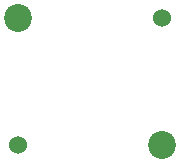
<source format=gbr>
%TF.GenerationSoftware,KiCad,Pcbnew,9.0.0*%
%TF.CreationDate,2025-04-02T00:08:39-07:00*%
%TF.ProjectId,LEDBoardUnhaunted,4c454442-6f61-4726-9455-6e6861756e74,rev?*%
%TF.SameCoordinates,Original*%
%TF.FileFunction,NonPlated,1,2,NPTH,Drill*%
%TF.FilePolarity,Positive*%
%FSLAX46Y46*%
G04 Gerber Fmt 4.6, Leading zero omitted, Abs format (unit mm)*
G04 Created by KiCad (PCBNEW 9.0.0) date 2025-04-02 00:08:39*
%MOMM*%
%LPD*%
G01*
G04 APERTURE LIST*
%TA.AperFunction,ComponentDrill*%
%ADD10C,1.524000*%
%TD*%
%TA.AperFunction,ComponentDrill*%
%ADD11C,2.362200*%
%TD*%
G04 APERTURE END LIST*
D10*
%TO.C,H4*%
X126288800Y-104267000D03*
%TO.C,H3*%
X138480800Y-93472000D03*
D11*
%TO.C,H1*%
X126288800Y-93472000D03*
%TO.C,H2*%
X138480800Y-104267000D03*
M02*

</source>
